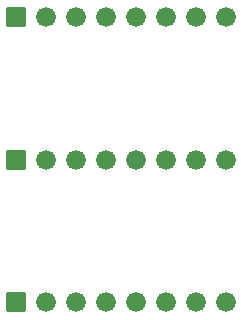
<source format=gbs>
G04 Layer: BottomSolderMaskLayer*
G04 EasyEDA v6.5.37, 2023-11-02 15:14:11*
G04 70c171ed55f9412ebf638e9d120c17bd,3a11b6de39944756a1cf0add2bf12301,10*
G04 Gerber Generator version 0.2*
G04 Scale: 100 percent, Rotated: No, Reflected: No *
G04 Dimensions in millimeters *
G04 leading zeros omitted , absolute positions ,4 integer and 5 decimal *
%FSLAX45Y45*%
%MOMM*%

%AMMACRO1*1,1,$1,$2,$3*1,1,$1,$4,$5*1,1,$1,0-$2,0-$3*1,1,$1,0-$4,0-$5*20,1,$1,$2,$3,$4,$5,0*20,1,$1,$4,$5,0-$2,0-$3,0*20,1,$1,0-$2,0-$3,0-$4,0-$5,0*20,1,$1,0-$4,0-$5,$2,$3,0*4,1,4,$2,$3,$4,$5,0-$2,0-$3,0-$4,0-$5,$2,$3,0*%
%ADD10MACRO1,0.1016X-0.7874X0.7874X0.7874X0.7874*%
%ADD11C,1.6764*%

%LPD*%
D10*
G01*
X2209800Y2171700D03*
D11*
G01*
X2463800Y2171700D03*
G01*
X2717800Y2171700D03*
G01*
X2971800Y2171700D03*
G01*
X3225800Y2171700D03*
G01*
X3479800Y2171700D03*
G01*
X3733800Y2171700D03*
G01*
X3987800Y2171700D03*
D10*
G01*
X2209800Y3378200D03*
D11*
G01*
X2463800Y3378200D03*
G01*
X2717800Y3378200D03*
G01*
X2971800Y3378200D03*
G01*
X3225800Y3378200D03*
G01*
X3479800Y3378200D03*
G01*
X3733800Y3378200D03*
G01*
X3987800Y3378200D03*
D10*
G01*
X2209800Y4584700D03*
D11*
G01*
X2463800Y4584700D03*
G01*
X2717800Y4584700D03*
G01*
X2971800Y4584700D03*
G01*
X3225800Y4584700D03*
G01*
X3479800Y4584700D03*
G01*
X3733800Y4584700D03*
G01*
X3987800Y4584700D03*
M02*

</source>
